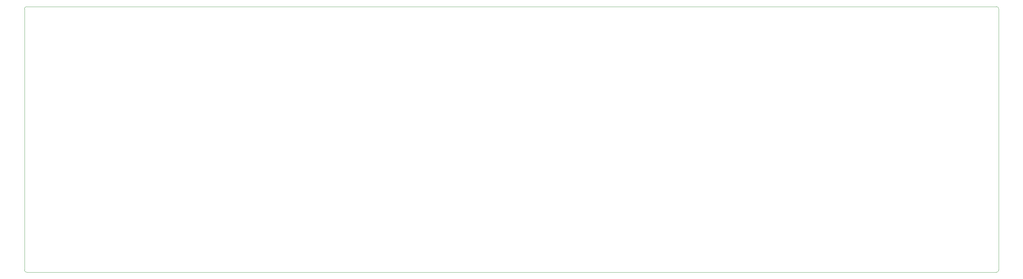
<source format=gm1>
G04 #@! TF.GenerationSoftware,KiCad,Pcbnew,8.0.4*
G04 #@! TF.CreationDate,2024-10-13T21:39:06+03:00*
G04 #@! TF.ProjectId,4040,34303430-2e6b-4696-9361-645f70636258,rev?*
G04 #@! TF.SameCoordinates,Original*
G04 #@! TF.FileFunction,Profile,NP*
%FSLAX46Y46*%
G04 Gerber Fmt 4.6, Leading zero omitted, Abs format (unit mm)*
G04 Created by KiCad (PCBNEW 8.0.4) date 2024-10-13 21:39:06*
%MOMM*%
%LPD*%
G01*
G04 APERTURE LIST*
G04 #@! TA.AperFunction,Profile*
%ADD10C,0.050000*%
G04 #@! TD*
G04 APERTURE END LIST*
D10*
X338818787Y-71696013D02*
X58361013Y-71696013D01*
X57726013Y-148056600D02*
X57726013Y-72331013D01*
X58361013Y-148691600D02*
X338818787Y-148691600D01*
X57726013Y-72331013D02*
G75*
G02*
X58361013Y-71696013I634987J13D01*
G01*
X58361013Y-148691600D02*
G75*
G02*
X57726000Y-148056600I-13J635000D01*
G01*
X339453787Y-72331013D02*
X339453787Y-148056600D01*
X338818787Y-71696013D02*
G75*
G02*
X339453787Y-72331013I13J-634987D01*
G01*
X339453787Y-148056600D02*
G75*
G02*
X338818787Y-148691587I-634987J0D01*
G01*
M02*

</source>
